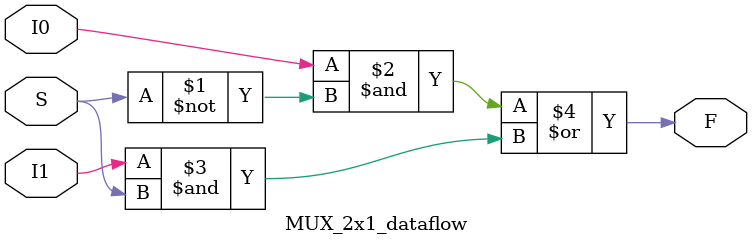
<source format=v>
`timescale 1ns / 1ps

module MUX_2x1_dataflow(
    input I0 , I1 , S ,
    output F );
    
       assign F = I0 & ~S | I1 & S ;
endmodule

</source>
